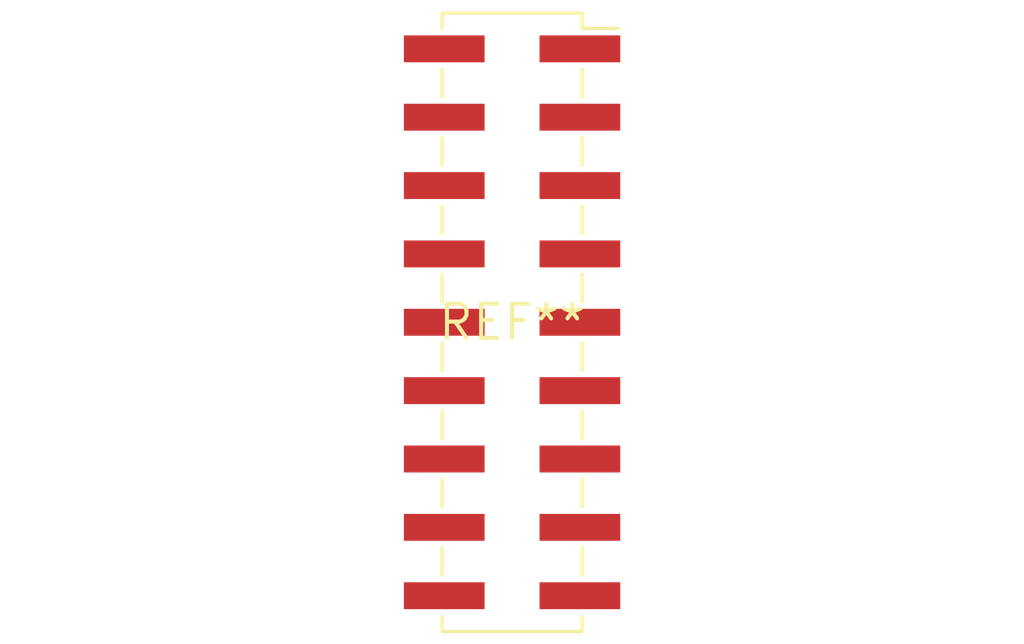
<source format=kicad_pcb>
(kicad_pcb (version 20240108) (generator pcbnew)
  (layers (0 "F.Cu" signal) (31 "B.Cu" signal) (34 "B.Paste" user) (35 "F.Paste" user) (36 "B.SilkS" user "B.Silkscreen") (37 "F.SilkS" user "F.Silkscreen") (38 "B.Mask" user) (39 "F.Mask" user) (44 "Edge.Cuts" user))
  (net 0 "")
  (footprint "PinSocket_2x09_P2.54mm_Vertical_SMD" (layer "F.Cu") (at 0 0)
    (property "Reference" "REF**")
    (property "Value" "PinSocket_2x09_P2.54mm_Vertical_SMD")
    (fp_line (start -2.6 -11.49) (end -2.6 -10.92) (layer "F.SilkS") (stroke (width 0.12)))
    (fp_line (start -2.6 -11.49) (end 2.6 -11.49) (layer "F.SilkS") (stroke (width 0.12)))
    (fp_line (start -2.6 -9.4) (end -2.6 -8.38) (layer "F.SilkS") (stroke (width 0.12)))
    (fp_line (start -2.6 -6.86) (end -2.6 -5.84) (layer "F.SilkS") (stroke (width 0.12)))
    (fp_line (start -2.6 -4.32) (end -2.6 -3.3) (layer "F.SilkS") (stroke (width 0.12)))
    (fp_line (start -2.6 -1.78) (end -2.6 -0.76) (layer "F.SilkS") (stroke (width 0.12)))
    (fp_line (start -2.6 0.76) (end -2.6 1.78) (layer "F.SilkS") (stroke (width 0.12)))
    (fp_line (start -2.6 3.3) (end -2.6 4.32) (layer "F.SilkS") (stroke (width 0.12)))
    (fp_line (start -2.6 5.84) (end -2.6 6.86) (layer "F.SilkS") (stroke (width 0.12)))
    (fp_line (start -2.6 8.38) (end -2.6 9.4) (layer "F.SilkS") (stroke (width 0.12)))
    (fp_line (start -2.6 10.92) (end -2.6 11.49) (layer "F.SilkS") (stroke (width 0.12)))
    (fp_line (start -2.6 11.49) (end 2.6 11.49) (layer "F.SilkS") (stroke (width 0.12)))
    (fp_line (start 2.6 -11.49) (end 2.6 -10.92) (layer "F.SilkS") (stroke (width 0.12)))
    (fp_line (start 2.6 -10.92) (end 3.96 -10.92) (layer "F.SilkS") (stroke (width 0.12)))
    (fp_line (start 2.6 -9.4) (end 2.6 -8.38) (layer "F.SilkS") (stroke (width 0.12)))
    (fp_line (start 2.6 -6.86) (end 2.6 -5.84) (layer "F.SilkS") (stroke (width 0.12)))
    (fp_line (start 2.6 -4.32) (end 2.6 -3.3) (layer "F.SilkS") (stroke (width 0.12)))
    (fp_line (start 2.6 -1.78) (end 2.6 -0.76) (layer "F.SilkS") (stroke (width 0.12)))
    (fp_line (start 2.6 0.76) (end 2.6 1.78) (layer "F.SilkS") (stroke (width 0.12)))
    (fp_line (start 2.6 3.3) (end 2.6 4.32) (layer "F.SilkS") (stroke (width 0.12)))
    (fp_line (start 2.6 5.84) (end 2.6 6.86) (layer "F.SilkS") (stroke (width 0.12)))
    (fp_line (start 2.6 8.38) (end 2.6 9.4) (layer "F.SilkS") (stroke (width 0.12)))
    (fp_line (start 2.6 10.92) (end 2.6 11.49) (layer "F.SilkS") (stroke (width 0.12)))
    (pad "1" smd rect (at 2.52 -10.16) (size 3 1) (layers "F.Cu" "F.Paste" "F.Mask"))
    (pad "2" smd rect (at -2.52 -10.16) (size 3 1) (layers "F.Cu" "F.Paste" "F.Mask"))
    (pad "3" smd rect (at 2.52 -7.62) (size 3 1) (layers "F.Cu" "F.Paste" "F.Mask"))
    (pad "4" smd rect (at -2.52 -7.62) (size 3 1) (layers "F.Cu" "F.Paste" "F.Mask"))
    (pad "5" smd rect (at 2.52 -5.08) (size 3 1) (layers "F.Cu" "F.Paste" "F.Mask"))
    (pad "6" smd rect (at -2.52 -5.08) (size 3 1) (layers "F.Cu" "F.Paste" "F.Mask"))
    (pad "7" smd rect (at 2.52 -2.54) (size 3 1) (layers "F.Cu" "F.Paste" "F.Mask"))
    (pad "8" smd rect (at -2.52 -2.54) (size 3 1) (layers "F.Cu" "F.Paste" "F.Mask"))
    (pad "9" smd rect (at 2.52 0) (size 3 1) (layers "F.Cu" "F.Paste" "F.Mask"))
    (pad "10" smd rect (at -2.52 0) (size 3 1) (layers "F.Cu" "F.Paste" "F.Mask"))
    (pad "11" smd rect (at 2.52 2.54) (size 3 1) (layers "F.Cu" "F.Paste" "F.Mask"))
    (pad "12" smd rect (at -2.52 2.54) (size 3 1) (layers "F.Cu" "F.Paste" "F.Mask"))
    (pad "13" smd rect (at 2.52 5.08) (size 3 1) (layers "F.Cu" "F.Paste" "F.Mask"))
    (pad "14" smd rect (at -2.52 5.08) (size 3 1) (layers "F.Cu" "F.Paste" "F.Mask"))
    (pad "15" smd rect (at 2.52 7.62) (size 3 1) (layers "F.Cu" "F.Paste" "F.Mask"))
    (pad "16" smd rect (at -2.52 7.62) (size 3 1) (layers "F.Cu" "F.Paste" "F.Mask"))
    (pad "17" smd rect (at 2.52 10.16) (size 3 1) (layers "F.Cu" "F.Paste" "F.Mask"))
    (pad "18" smd rect (at -2.52 10.16) (size 3 1) (layers "F.Cu" "F.Paste" "F.Mask"))
  )
)
</source>
